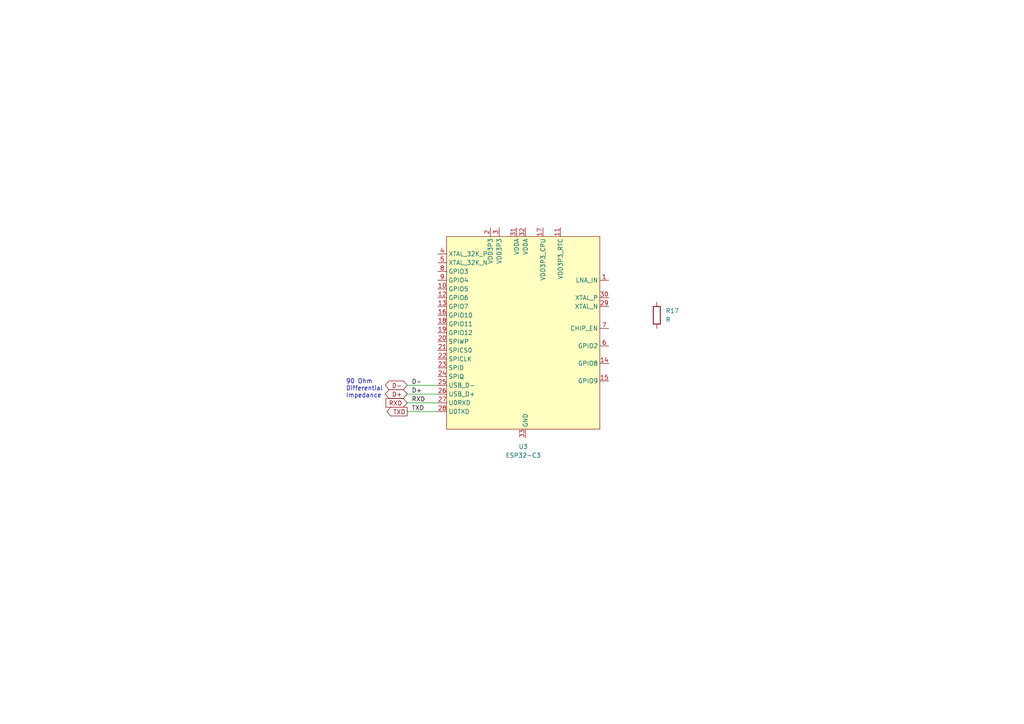
<source format=kicad_sch>
(kicad_sch (version 20210621) (generator eeschema)
  (paper "A4")
  (lib_symbols
    (symbol "Device:R" (pin_numbers hide) (pin_names (offset 0))
      (property "Reference" "R" (at 2.032 0 90))
      (property "Value" "R" (at 0 0 90))
      (symbol "R_0_1"
        (rectangle (start -1.016 -2.54) (end 1.016 2.54) (stroke (width 0.254)))
      )
      (symbol "R_1_1"
        (pin passive line (at 0 3.81 270) (length 1.27) (name "~") (number "1"))
        (pin passive line (at 0 -3.81 90) (length 1.27) (name "~") (number "2"))
      )
    )
    (symbol "ThermalMint:ESP32-C3"
      (property "Reference" "U" (at 24.13 27.94 0))
      (property "Value" "ESP32-C3" (at 24.13 25.4 0))
      (symbol "ESP32-C3_0_1"
        (rectangle (start 2.54 55.88) (end 46.99 0) (stroke (width 0.1524)) (fill (type background)))
      )
      (symbol "ESP32-C3_1_1"
        (pin bidirectional line (at 49.53 43.18 180) (length 2.54) (name "LNA_IN") (number "1"))
        (pin bidirectional line (at 0 40.64 0) (length 2.54) (name "GPIO5") (number "10"))
        (pin power_in line (at 35.56 58.42 270) (length 2.54) (name "VDD3P3_RTC") (number "11"))
        (pin bidirectional line (at 0 38.1 0) (length 2.54) (name "GPIO6") (number "12"))
        (pin bidirectional line (at 0 35.56 0) (length 2.54) (name "GPIO7") (number "13"))
        (pin bidirectional line (at 49.53 19.05 180) (length 2.54) (name "GPIO8") (number "14"))
        (pin bidirectional line (at 49.53 13.97 180) (length 2.54) (name "GPIO9") (number "15"))
        (pin bidirectional line (at 0 33.02 0) (length 2.54) (name "GPIO10") (number "16"))
        (pin power_in line (at 30.48 58.42 270) (length 2.54) (name "VDD3P3_CPU") (number "17"))
        (pin bidirectional line (at 0 30.48 0) (length 2.54) (name "GPIO11") (number "18"))
        (pin bidirectional line (at 0 27.94 0) (length 2.54) (name "GPIO12") (number "19"))
        (pin power_in line (at 15.24 58.42 270) (length 2.54) (name "VDD3P3") (number "2"))
        (pin bidirectional line (at 0 25.4 0) (length 2.54) (name "GPIO13") (number "20") (alternate "SPIWP" bidirectional line))
        (pin bidirectional line (at 0 22.86 0) (length 2.54) (name "GPIO14") (number "21") (alternate "SPICS0" bidirectional line))
        (pin bidirectional line (at 0 20.32 0) (length 2.54) (name "GPIO15") (number "22") (alternate "SPICLK" bidirectional line))
        (pin bidirectional line (at 0 17.78 0) (length 2.54) (name "GPIO16") (number "23") (alternate "SPID" bidirectional line))
        (pin bidirectional line (at 0 15.24 0) (length 2.54) (name "GPIO17") (number "24") (alternate "SPIQ" bidirectional line))
        (pin bidirectional line (at 0 12.7 0) (length 2.54) (name "GPIO18") (number "25") (alternate "USB_D-" bidirectional line))
        (pin bidirectional line (at 0 10.16 0) (length 2.54) (name "GPIO19") (number "26") (alternate "USB_D+" bidirectional line))
        (pin bidirectional line (at 0 7.62 0) (length 2.54) (name "GPIO20") (number "27") (alternate "U0RXD" bidirectional line))
        (pin bidirectional line (at 0 5.08 0) (length 2.54) (name "GPIO21") (number "28") (alternate "U0TXD" bidirectional line))
        (pin bidirectional line (at 49.53 35.56 180) (length 2.54) (name "XTAL_N") (number "29"))
        (pin power_in line (at 17.78 58.42 270) (length 2.54) (name "VDD3P3") (number "3"))
        (pin bidirectional line (at 49.53 38.1 180) (length 2.54) (name "XTAL_P") (number "30"))
        (pin power_in line (at 22.86 58.42 270) (length 2.54) (name "VDDA") (number "31"))
        (pin power_in line (at 25.4 58.42 270) (length 2.54) (name "VDDA") (number "32"))
        (pin power_in line (at 25.4 -2.54 90) (length 2.54) (name "GND") (number "33"))
        (pin bidirectional line (at 0 50.8 0) (length 2.54) (name "GPIO0") (number "4") (alternate "XTAL_32K_P" bidirectional line))
        (pin bidirectional line (at 0 48.26 0) (length 2.54) (name "GPIO1") (number "5") (alternate "XTAL_32K_N" bidirectional line))
        (pin bidirectional line (at 49.53 24.13 180) (length 2.54) (name "GPIO2") (number "6"))
        (pin input line (at 49.53 29.21 180) (length 2.54) (name "CHIP_EN") (number "7"))
        (pin bidirectional line (at 0 45.72 0) (length 2.54) (name "GPIO3") (number "8"))
        (pin bidirectional line (at 0 43.18 0) (length 2.54) (name "GPIO4") (number "9"))
      )
    )
  )
  (wire (pts (xy 118.11 111.76) (xy 127 111.76)))
  (wire (pts (xy 118.11 114.3) (xy 127 114.3)))
  (wire (pts (xy 118.11 116.84) (xy 127 116.84)))
  (wire (pts (xy 118.11 119.38) (xy 127 119.38)))
  (text "90 Ohm \nDifferential\nImpedance" (at 100.33 115.57 0) (effects (font (size 1.27 1.27)) (justify left bottom)))
  (label "D-" (at 119.38 111.76 0))
  (label "D+" (at 119.38 114.3 0))
  (label "RXD" (at 119.38 116.84 0))
  (label "TXD" (at 119.38 119.38 0))
  (global_label "D-" (shape bidirectional) (at 118.11 111.76 180) (property "Intersheet References" "${INTERSHEET_REFS}" (effects hide)))
  (global_label "D+" (shape bidirectional) (at 118.11 114.3 180) (property "Intersheet References" "${INTERSHEET_REFS}" (effects hide)))
  (global_label "RXD" (shape input) (at 118.11 116.84 180) (property "Intersheet References" "${INTERSHEET_REFS}" (effects hide)))
  (global_label "TXD" (shape output) (at 118.11 119.38 180) (property "Intersheet References" "${INTERSHEET_REFS}" (effects hide)))
  (symbol (lib_id "Device:R") (at 190.5 91.44 0) (unit 1)
    (property "Reference" "R17" (at 193.04 90.1699 0) (effects (justify left)))
    (property "Value" "R" (at 193.04 92.7099 0) (effects (justify left)))
  )
  (symbol (lib_id "ThermalMint:ESP32-C3") (at 127 124.46 0) (unit 1)
    (property "Reference" "U3" (at 151.765 129.54 0))
    (property "Value" "ESP32-C3" (at 151.765 132.08 0))
    (property "Footprint" "Package_DFN_QFN:QFN-32-1EP_5x5mm_P0.5mm_EP3.7x3.7mm" (effects hide))
    (pin "20" (alternate "SPIWP"))
    (pin "21" (alternate "SPICS0"))
    (pin "22" (alternate "SPICLK"))
    (pin "23" (alternate "SPID"))
    (pin "24" (alternate "SPIQ"))
    (pin "25" (alternate "USB_D-"))
    (pin "26" (alternate "USB_D+"))
    (pin "27" (alternate "U0RXD"))
    (pin "28" (alternate "U0TXD"))
    (pin "4" (alternate "XTAL_32K_P"))
    (pin "5" (alternate "XTAL_32K_N"))
  )
)
</source>
